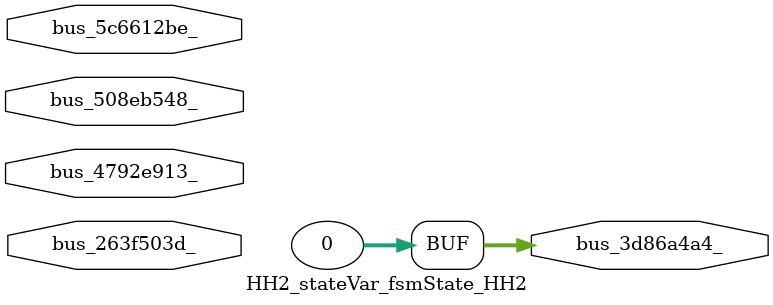
<source format=v>

module HH2(In1_COUNT, Out1_COUNT, In1_ACK, Out1_RDY, CLK, Out1_ACK, Out1_SEND, RESET, In1_DATA, In1_SEND, Out1_DATA);
input	[15:0]	In1_COUNT;
wire		the_action_go;
output	[15:0]	Out1_COUNT;
wire		the_action_done;
output		In1_ACK;
input		Out1_RDY;
input		CLK;
input		Out1_ACK;
output		Out1_SEND;
input		RESET;
input	[15:0]	In1_DATA;
input		In1_SEND;
output	[15:0]	Out1_DATA;
wire		the_action_u9;
wire		the_action_u10;
wire	[15:0]	the_action_u11;
wire		HH2_the_action_instance_DONE;
wire	[15:0]	the_action;
wire		HH2_scheduler_instance_DONE;
wire		scheduler_u45;
wire	[31:0]	scheduler_u44;
wire		scheduler;
wire		bus_1a53b10b_;
wire		bus_1f3978e0_;
wire		bus_2637a415_;
wire	[31:0]	bus_3d86a4a4_;
assign the_action_go=scheduler_u45;
assign Out1_COUNT=the_action;
assign the_action_done=bus_2637a415_;
assign In1_ACK=the_action_u10;
assign Out1_SEND=the_action_u9;
assign Out1_DATA=the_action_u11;
HH2_the_action HH2_the_action_instance(.CLK(CLK), .GO(the_action_go), .port_4fd6d2c9_(In1_DATA), 
  .DONE(HH2_the_action_instance_DONE), .RESULT(the_action), .RESULT_u380(the_action_u9), 
  .RESULT_u381(the_action_u10), .RESULT_u382(the_action_u11));
HH2_scheduler HH2_scheduler_instance(.CLK(CLK), .RESET(bus_1f3978e0_), .GO(bus_1a53b10b_), 
  .port_504e798d_(32'h0), .port_7eeec846_(Out1_RDY), .port_70257ff6_(the_action_done), 
  .port_766e03b9_(In1_SEND), .DONE(HH2_scheduler_instance_DONE), .RESULT(scheduler), 
  .RESULT_u383(scheduler_u44), .RESULT_u384(scheduler_u45));
HH2_Kicker_9 HH2_Kicker_9_1(.CLK(CLK), .RESET(bus_1f3978e0_), .bus_1a53b10b_(bus_1a53b10b_));
HH2_globalreset_physical_6cd2d17f_ HH2_globalreset_physical_6cd2d17f__1(.bus_773f1110_(CLK), 
  .bus_4cd002e3_(RESET), .bus_1f3978e0_(bus_1f3978e0_));
assign bus_2637a415_=HH2_the_action_instance_DONE&{1{HH2_the_action_instance_DONE}};
HH2_stateVar_fsmState_HH2 HH2_stateVar_fsmState_HH2_1(.bus_4792e913_(CLK), .bus_263f503d_(bus_1f3978e0_), 
  .bus_508eb548_(scheduler), .bus_5c6612be_(32'h0), .bus_3d86a4a4_(bus_3d86a4a4_));
endmodule



module HH2_the_action(CLK, GO, port_4fd6d2c9_, RESULT, RESULT_u380, RESULT_u381, RESULT_u382, DONE);
input		CLK;
input		GO;
input	[15:0]	port_4fd6d2c9_;
output	[15:0]	RESULT;
output		RESULT_u380;
output		RESULT_u381;
output	[15:0]	RESULT_u382;
output		DONE;
wire		simplePinWrite;
wire	[15:0]	simplePinWrite_u108;
wire	[15:0]	simplePinWrite_u109;
wire		simplePinWrite_u110;
assign simplePinWrite=GO&{1{GO}};
assign simplePinWrite_u108=port_4fd6d2c9_;
assign simplePinWrite_u109=16'h1&{16{1'h1}};
assign simplePinWrite_u110=GO&{1{GO}};
assign RESULT=simplePinWrite_u109;
assign RESULT_u380=simplePinWrite_u110;
assign RESULT_u381=simplePinWrite;
assign RESULT_u382=simplePinWrite_u108;
assign DONE=GO;
endmodule



module HH2_scheduler(CLK, RESET, GO, port_504e798d_, port_7eeec846_, port_70257ff6_, port_766e03b9_, RESULT, RESULT_u383, RESULT_u384, DONE);
input		CLK;
input		RESET;
input		GO;
input	[31:0]	port_504e798d_;
input		port_7eeec846_;
input		port_70257ff6_;
input		port_766e03b9_;
output		RESULT;
output	[31:0]	RESULT_u383;
output		RESULT_u384;
output		DONE;
reg		reg_3949c67b_u0=1'h0;
wire		equals;
wire signed	[31:0]	equals_a_signed;
wire signed	[31:0]	equals_b_signed;
wire		and_u667_u0;
wire		and_u668_u0;
wire		not_u129_u0;
wire		and_u669_u0;
wire		and_u670_u0;
wire		not_u130_u0;
wire		not_u131_u0;
wire		and_u671_u0;
wire		and_u672_u0;
wire		simplePinWrite;
wire		and_u673_u0;
wire		and_u674_u0;
wire		and_u675_u0;
wire		and_u676_u0;
wire		or_u174_u0;
reg		reg_2561b7c2_u0=1'h0;
wire		or_u175_u0;
reg		reg_2561b7c2_result_delayed_u0=1'h0;
always @(posedge CLK or posedge RESET)
begin
if (RESET)
reg_3949c67b_u0<=1'h0;
else reg_3949c67b_u0<=and_u676_u0;
end
assign equals_a_signed=32'h0;
assign equals_b_signed=32'h0;
assign equals=equals_a_signed==equals_b_signed;
assign and_u667_u0=and_u676_u0&equals;
assign and_u668_u0=and_u676_u0&not_u129_u0;
assign not_u129_u0=~equals;
assign and_u669_u0=and_u675_u0&not_u130_u0;
assign and_u670_u0=and_u675_u0&port_766e03b9_;
assign not_u130_u0=~port_766e03b9_;
assign not_u131_u0=~port_7eeec846_;
assign and_u671_u0=and_u674_u0&not_u131_u0;
assign and_u672_u0=and_u674_u0&port_7eeec846_;
assign simplePinWrite=and_u673_u0&{1{and_u673_u0}};
assign and_u673_u0=and_u672_u0&and_u674_u0;
assign and_u674_u0=and_u670_u0&and_u675_u0;
assign and_u675_u0=and_u667_u0&and_u676_u0;
assign and_u676_u0=or_u174_u0&or_u174_u0;
assign or_u174_u0=reg_3949c67b_u0|reg_2561b7c2_result_delayed_u0;
always @(posedge CLK or posedge RESET)
begin
if (RESET)
reg_2561b7c2_u0<=1'h0;
else reg_2561b7c2_u0<=GO;
end
assign or_u175_u0=GO|and_u673_u0;
always @(posedge CLK or posedge RESET)
begin
if (RESET)
reg_2561b7c2_result_delayed_u0<=1'h0;
else reg_2561b7c2_result_delayed_u0<=reg_2561b7c2_u0;
end
assign RESULT=or_u175_u0;
assign RESULT_u383=32'h0;
assign RESULT_u384=simplePinWrite;
assign DONE=1'h0;
endmodule



module HH2_Kicker_9(CLK, RESET, bus_1a53b10b_);
input		CLK;
input		RESET;
output		bus_1a53b10b_;
wire		bus_5709cf3f_;
wire		bus_540bd451_;
wire		bus_7cc82629_;
reg		kicker_1=1'h0;
reg		kicker_res=1'h0;
reg		kicker_2=1'h0;
wire		bus_7caedc9d_;
assign bus_5709cf3f_=~RESET;
assign bus_540bd451_=kicker_1&bus_5709cf3f_&bus_7caedc9d_;
assign bus_7cc82629_=bus_5709cf3f_&kicker_1;
always @(posedge CLK)
begin
kicker_1<=bus_5709cf3f_;
end
always @(posedge CLK)
begin
kicker_res<=bus_540bd451_;
end
assign bus_1a53b10b_=kicker_res;
always @(posedge CLK)
begin
kicker_2<=bus_7cc82629_;
end
assign bus_7caedc9d_=~kicker_2;
endmodule



module HH2_globalreset_physical_6cd2d17f_(bus_773f1110_, bus_4cd002e3_, bus_1f3978e0_);
input		bus_773f1110_;
input		bus_4cd002e3_;
output		bus_1f3978e0_;
reg		glitch_u8=1'h0;
wire		and_6278c4be_u0;
reg		sample_u8=1'h0;
wire		not_1675ec4e_u0;
wire		or_659cdb31_u0;
reg		cross_u8=1'h0;
reg		final_u8=1'h1;
always @(posedge bus_773f1110_)
begin
glitch_u8<=cross_u8;
end
assign and_6278c4be_u0=cross_u8&glitch_u8;
assign bus_1f3978e0_=or_659cdb31_u0;
always @(posedge bus_773f1110_)
begin
sample_u8<=1'h1;
end
assign not_1675ec4e_u0=~and_6278c4be_u0;
assign or_659cdb31_u0=bus_4cd002e3_|final_u8;
always @(posedge bus_773f1110_)
begin
cross_u8<=sample_u8;
end
always @(posedge bus_773f1110_)
begin
final_u8<=not_1675ec4e_u0;
end
endmodule



module HH2_endianswapper_5853cdd2_(endianswapper_5853cdd2_in, endianswapper_5853cdd2_out);
input	[31:0]	endianswapper_5853cdd2_in;
output	[31:0]	endianswapper_5853cdd2_out;
assign endianswapper_5853cdd2_out=32'h0;
endmodule



module HH2_endianswapper_04137fef_(endianswapper_04137fef_in, endianswapper_04137fef_out);
input	[31:0]	endianswapper_04137fef_in;
output	[31:0]	endianswapper_04137fef_out;
assign endianswapper_04137fef_out=32'h0;
endmodule



module HH2_stateVar_fsmState_HH2(bus_4792e913_, bus_263f503d_, bus_508eb548_, bus_5c6612be_, bus_3d86a4a4_);
input		bus_4792e913_;
input		bus_263f503d_;
input		bus_508eb548_;
input	[31:0]	bus_5c6612be_;
output	[31:0]	bus_3d86a4a4_;
wire	[31:0]	endianswapper_5853cdd2_out;
wire	[31:0]	endianswapper_04137fef_out;
HH2_endianswapper_5853cdd2_ HH2_endianswapper_5853cdd2__1(.endianswapper_5853cdd2_in(32'h0), 
  .endianswapper_5853cdd2_out(endianswapper_5853cdd2_out));
assign bus_3d86a4a4_=32'h0;
HH2_endianswapper_04137fef_ HH2_endianswapper_04137fef__1(.endianswapper_04137fef_in(32'h0), 
  .endianswapper_04137fef_out(endianswapper_04137fef_out));
endmodule



</source>
